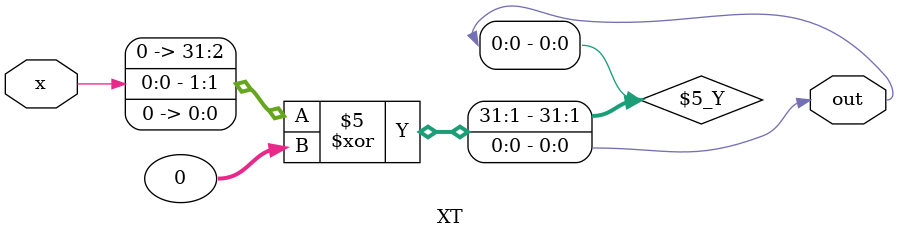
<source format=v>

module aesenc (
input clk,
input [7:0] s,
input [7:0] rk, //a constant in c so we can write as a local param maybe?
output reg [7:0] s_out

);

//values were 0x1b etc, check if this is the right format, given ff = 11111111 it should be?
//remember this concats all the values so you need to address the right range of memory NOT array indexs when calling it 
localparam sbox  = { 8'h63, 8'h7c, 8'h77, 8'h7b, 8'hf2, 8'h6b, 8'h6f, 8'hc5, 8'h30, 8'h01, 8'h67, 8'h2b, 8'hfe,
  8'hd7, 8'hab, 8'h76, 8'hca, 8'h82, 8'hc9, 8'h7d, 8'hfa, 8'h59, 8'h47, 8'hf0, 8'had, 8'hd4,
  8'ha2, 8'haf, 8'h9c, 8'ha4, 8'h72, 8'hc0, 8'hb7, 8'hfd, 8'h93, 8'h26, 8'h36, 8'h3f, 8'hf7,
  8'hcc, 8'h34, 8'ha5, 8'he5, 8'hf1, 8'h71, 8'hd8, 8'h31, 8'h15, 8'h04, 8'hc7, 8'h23, 8'hc3,
  8'h18, 8'h96, 8'h05, 8'h9a, 8'h07, 8'h12, 8'h80, 8'he2, 8'heb, 8'h27, 8'hb2, 8'h75, 8'h09,
  8'h83, 8'h2c, 8'h1a, 8'h1b, 8'h6e, 8'h5a, 8'ha0, 8'h52, 8'h3b, 8'hd6, 8'hb3, 8'h29, 8'he3,
  8'h2f, 8'h84, 8'h53, 8'hd1, 8'h00, 8'hed, 8'h20, 8'hfc, 8'hb1, 8'h5b, 8'h6a, 8'hcb, 8'hbe,
  8'h39, 8'h4a, 8'h4c, 8'h58, 8'hcf, 8'hd0, 8'hef, 8'haa, 8'hfb, 8'h43, 8'h4d, 8'h33, 8'h85,
  8'h45, 8'hf9, 8'h02, 8'h7f, 8'h50, 8'h3c, 8'h9f, 8'ha8, 8'h51, 8'ha3, 8'h40, 8'h8f, 8'h92,
  8'h9d, 8'h38, 8'hf5, 8'hbc, 8'hb6, 8'hda, 8'h21, 8'h10, 8'hff, 8'hf3, 8'hd2, 8'hcd, 8'h0c,
  8'h13, 8'hec, 8'h5f, 8'h97, 8'h44, 8'h17, 8'hc4, 8'ha7, 8'h7e, 8'h3d, 8'h64, 8'h5d, 8'h19,
  8'h73, 8'h60, 8'h81, 8'h4f, 8'hdc, 8'h22, 8'h2a, 8'h90, 8'h88, 8'h46, 8'hee, 8'hb8, 8'h14,
  8'hde, 8'h5e, 8'h0b, 8'hdb, 8'he0, 8'h32, 8'h3a, 8'h0a, 8'h49, 8'h06, 8'h24, 8'h5c, 8'hc2,
  8'hd3, 8'hac, 8'h62, 8'h91, 8'h95, 8'he4, 8'h79, 8'he7, 8'hc8, 8'h37, 8'h6d, 8'h8d, 8'hd5,
  8'h4e, 8'ha9, 8'h6c, 8'h56, 8'hf4, 8'hea, 8'h65, 8'h7a, 8'hae, 8'h08, 8'hba, 8'h78, 8'h25,
  8'h2e, 8'h1c, 8'ha6, 8'hb4, 8'hc6, 8'he8, 8'hdd, 8'h74, 8'h1f, 8'h4b, 8'hbd, 8'h8b, 8'h8a,
  8'h70, 8'h3e, 8'hb5, 8'h66, 8'h48, 8'h03, 8'hf6, 8'h0e, 8'h61, 8'h35, 8'h57, 8'hb9, 8'h86,
  8'hc1, 8'h1d, 8'h9e, 8'he1, 8'hf8, 8'h98, 8'h11, 8'h69, 8'hd9, 8'h8e, 8'h94, 8'h9b, 8'h1e,
  8'h87, 8'he9, 8'hce, 8'h55, 8'h28, 8'hdf, 8'h8c, 8'ha1, 8'h89, 8'h0d, 8'hbf, 8'he6, 8'h42,
  8'h68, 8'h41, 8'h99, 8'h2d, 8'h0f, 8'hb0, 8'h54, 8'hbb, 8'h16 };

//these are all unsigned char in c so surly 8 bits? But then some are indexed upto 16..?

reg [7:0] v[3:0][3:0];
reg [7:0] t, u; //being passed inside of replication, might throw a strop if so use an array indexed i to fix?

genvar i,j, k;
generate 
	for (i =0; i < 16; i = i +1) begin //check ordering with peter, ++i is used, stack seems to suggest operation is the same
			 always @(*) v[((i/4)+4 -(i%4))%4][i %4] = sbox[s[i]*8 +:7]; //genvar may be a waste of time, we know the value of i so we can just express the relationship fully surely?
	end
	//test above logic by sending just value of i to each v cell then comparing all v cell values to c printout 
	for(j = 0; j <4; j = j +1) begin //check ordering here too
			always @(posedge clk) 
				begin
				t = v[j][0];
				u = v[j][0] ^v[j][1]  ^ v[j][2] ^ v[j][3];
				v[j][0] = v[j][0] ^ (u ^ XT(v[j][0] ^ v[j][1]));
				v[j][1] = v[j][1] ^ (u ^ XT(v[j][1] ^ v[j][2]));
				v[j][2] = v[j][2] ^ (u ^ XT(v[j][2] ^ v[j][3]));
				v[j][3] = v[j][3] ^ (u ^ XT(v[j][3] ^ t));
				end 
	end 
	for (k =0; k <16; k = k +1) begin
		always @(posedge clk) s_out[k] = v[k / 4][k % 4] ^ rk[k]; //not sure how blocking assigns interact between different always blocks?
		end
	
endgenerate //might benefit from begin written for clock cycles? given v is dependent on s and s is dependent on v later on?


endmodule

module XT(
input x,
output out
);

assign out = (((x) << 1) ^ ((((x) >> 7) & 1) * 8'h1b)); // end constant was 0x1b change if errors

endmodule

</source>
